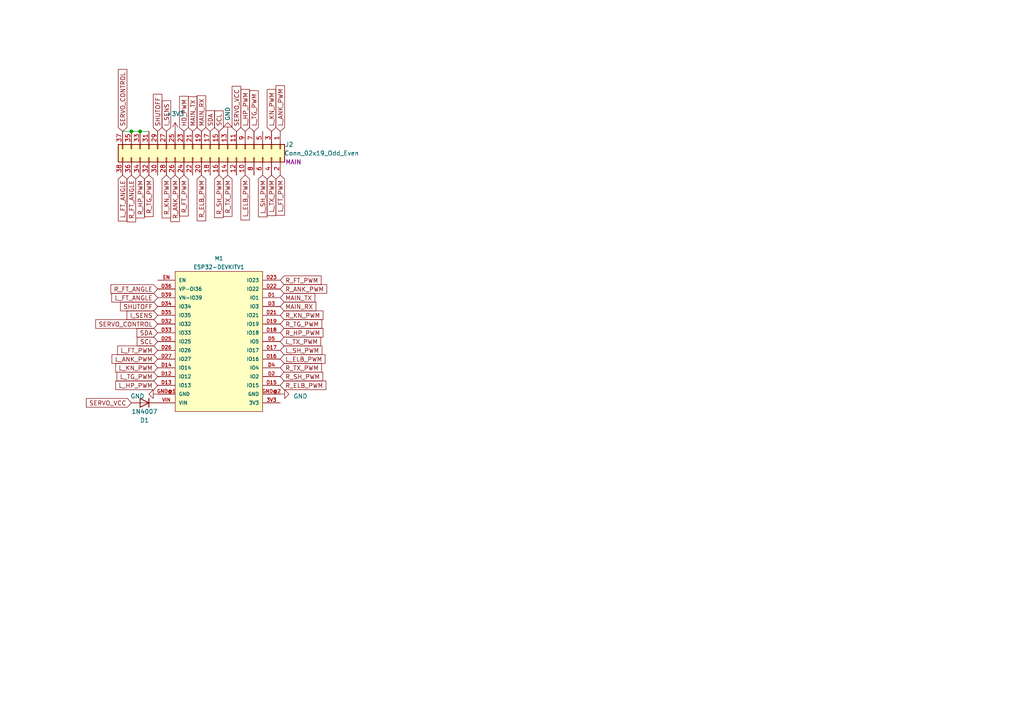
<source format=kicad_sch>
(kicad_sch (version 20230121) (generator eeschema)
  (paper "A4")
  (lib_symbols
    (symbol "Ben_modules:ESP32-DEVKITV1" (pin_names (offset 1.016))
      (property "Reference" "M" (at -7.62 22.86 0))
      (property "Value" "ESP32-DEVKITV1" (at -12.7 20.955 0))
      (symbol "ESP32-DEVKITV1_1_1"
        (rectangle (start -17.78 20.32) (end 7.62 -20.32) (fill (type background)))
        (pin bidirectional line (at 12.7 -17.78 180) (length 5.08) (name "3V3") (number "3V3"))
        (pin bidirectional line (at 12.7 12.7 180) (length 5.08) (name "IO1") (number "D1"))
        (pin bidirectional line (at -22.86 -10.16 0) (length 5.08) (name "IO12") (number "D12"))
        (pin bidirectional line (at -22.86 -12.7 0) (length 5.08) (name "IO13") (number "D13"))
        (pin bidirectional line (at -22.86 -7.62 0) (length 5.08) (name "IO14") (number "D14"))
        (pin bidirectional line (at 12.7 -12.7 180) (length 5.08) (name "IO15") (number "D15"))
        (pin bidirectional line (at 12.7 -5.08 180) (length 5.08) (name "IO16") (number "D16"))
        (pin bidirectional line (at 12.7 -2.54 180) (length 5.08) (name "IO17") (number "D17"))
        (pin bidirectional line (at 12.7 2.54 180) (length 5.08) (name "IO18") (number "D18"))
        (pin bidirectional line (at 12.7 5.08 180) (length 5.08) (name "IO19") (number "D19"))
        (pin bidirectional line (at 12.7 -10.16 180) (length 5.08) (name "IO2") (number "D2"))
        (pin bidirectional line (at 12.7 7.62 180) (length 5.08) (name "IO21") (number "D21"))
        (pin bidirectional line (at 12.7 15.24 180) (length 5.08) (name "IO22") (number "D22"))
        (pin bidirectional line (at 12.7 17.78 180) (length 5.08) (name "IO23") (number "D23"))
        (pin bidirectional line (at -22.86 0 0) (length 5.08) (name "IO25") (number "D25"))
        (pin bidirectional line (at -22.86 -2.54 0) (length 5.08) (name "IO26") (number "D26"))
        (pin bidirectional line (at -22.86 -5.08 0) (length 5.08) (name "IO27") (number "D27"))
        (pin bidirectional line (at 12.7 10.16 180) (length 5.08) (name "IO3") (number "D3"))
        (pin bidirectional line (at -22.86 5.08 0) (length 5.08) (name "IO32") (number "D32"))
        (pin bidirectional line (at -22.86 2.54 0) (length 5.08) (name "IO33") (number "D33"))
        (pin bidirectional line (at -22.86 10.16 0) (length 5.08) (name "IO34") (number "D34"))
        (pin bidirectional line (at -22.86 7.62 0) (length 5.08) (name "IO35") (number "D35"))
        (pin bidirectional line (at -22.86 15.24 0) (length 5.08) (name "VP-OI36") (number "D36"))
        (pin bidirectional line (at -22.86 12.7 0) (length 5.08) (name "VN-IO39") (number "D39"))
        (pin bidirectional line (at 12.7 -7.62 180) (length 5.08) (name "IO4") (number "D4"))
        (pin bidirectional line (at 12.7 0 180) (length 5.08) (name "IO5") (number "D5"))
        (pin bidirectional line (at -22.86 17.78 0) (length 5.08) (name "EN") (number "EN"))
        (pin bidirectional line (at -22.86 -15.24 0) (length 5.08) (name "GND") (number "GND@1"))
        (pin bidirectional line (at 12.7 -15.24 180) (length 5.08) (name "GND") (number "GND@2"))
        (pin bidirectional line (at -22.86 -17.78 0) (length 5.08) (name "VIN") (number "VIN"))
      )
    )
    (symbol "Connector_Generic:Conn_02x19_Odd_Even" (pin_names (offset 1.016) hide)
      (property "Reference" "J" (at 1.27 25.4 0))
      (property "Value" "Conn_02x19_Odd_Even" (at 1.27 -25.4 0))
      (symbol "Conn_02x19_Odd_Even_1_1"
        (rectangle (start -1.27 -22.733) (end 0 -22.987) (stroke (width 0.1524)))
        (rectangle (start -1.27 -20.193) (end 0 -20.447) (stroke (width 0.1524)))
        (rectangle (start -1.27 -17.653) (end 0 -17.907) (stroke (width 0.1524)))
        (rectangle (start -1.27 -15.113) (end 0 -15.367) (stroke (width 0.1524)))
        (rectangle (start -1.27 -12.573) (end 0 -12.827) (stroke (width 0.1524)))
        (rectangle (start -1.27 -10.033) (end 0 -10.287) (stroke (width 0.1524)))
        (rectangle (start -1.27 -7.493) (end 0 -7.747) (stroke (width 0.1524)))
        (rectangle (start -1.27 -4.953) (end 0 -5.207) (stroke (width 0.1524)))
        (rectangle (start -1.27 -2.413) (end 0 -2.667) (stroke (width 0.1524)))
        (rectangle (start -1.27 0.127) (end 0 -0.127) (stroke (width 0.1524)))
        (rectangle (start -1.27 2.667) (end 0 2.413) (stroke (width 0.1524)))
        (rectangle (start -1.27 5.207) (end 0 4.953) (stroke (width 0.1524)))
        (rectangle (start -1.27 7.747) (end 0 7.493) (stroke (width 0.1524)))
        (rectangle (start -1.27 10.287) (end 0 10.033) (stroke (width 0.1524)))
        (rectangle (start -1.27 12.827) (end 0 12.573) (stroke (width 0.1524)))
        (rectangle (start -1.27 15.367) (end 0 15.113) (stroke (width 0.1524)))
        (rectangle (start -1.27 17.907) (end 0 17.653) (stroke (width 0.1524)))
        (rectangle (start -1.27 20.447) (end 0 20.193) (stroke (width 0.1524)))
        (rectangle (start -1.27 22.987) (end 0 22.733) (stroke (width 0.1524)))
        (rectangle (start -1.27 24.13) (end 3.81 -24.13) (stroke (width 0.254)) (fill (type background)))
        (rectangle (start 3.81 -22.733) (end 2.54 -22.987) (stroke (width 0.1524)))
        (rectangle (start 3.81 -20.193) (end 2.54 -20.447) (stroke (width 0.1524)))
        (rectangle (start 3.81 -17.653) (end 2.54 -17.907) (stroke (width 0.1524)))
        (rectangle (start 3.81 -15.113) (end 2.54 -15.367) (stroke (width 0.1524)))
        (rectangle (start 3.81 -12.573) (end 2.54 -12.827) (stroke (width 0.1524)))
        (rectangle (start 3.81 -10.033) (end 2.54 -10.287) (stroke (width 0.1524)))
        (rectangle (start 3.81 -7.493) (end 2.54 -7.747) (stroke (width 0.1524)))
        (rectangle (start 3.81 -4.953) (end 2.54 -5.207) (stroke (width 0.1524)))
        (rectangle (start 3.81 -2.413) (end 2.54 -2.667) (stroke (width 0.1524)))
        (rectangle (start 3.81 0.127) (end 2.54 -0.127) (stroke (width 0.1524)))
        (rectangle (start 3.81 2.667) (end 2.54 2.413) (stroke (width 0.1524)))
        (rectangle (start 3.81 5.207) (end 2.54 4.953) (stroke (width 0.1524)))
        (rectangle (start 3.81 7.747) (end 2.54 7.493) (stroke (width 0.1524)))
        (rectangle (start 3.81 10.287) (end 2.54 10.033) (stroke (width 0.1524)))
        (rectangle (start 3.81 12.827) (end 2.54 12.573) (stroke (width 0.1524)))
        (rectangle (start 3.81 15.367) (end 2.54 15.113) (stroke (width 0.1524)))
        (rectangle (start 3.81 17.907) (end 2.54 17.653) (stroke (width 0.1524)))
        (rectangle (start 3.81 20.447) (end 2.54 20.193) (stroke (width 0.1524)))
        (rectangle (start 3.81 22.987) (end 2.54 22.733) (stroke (width 0.1524)))
        (pin passive line (at -5.08 22.86 0) (length 3.81) (name "Pin_1") (number "1"))
        (pin passive line (at 7.62 12.7 180) (length 3.81) (name "Pin_10") (number "10"))
        (pin passive line (at -5.08 10.16 0) (length 3.81) (name "Pin_11") (number "11"))
        (pin passive line (at 7.62 10.16 180) (length 3.81) (name "Pin_12") (number "12"))
        (pin passive line (at -5.08 7.62 0) (length 3.81) (name "Pin_13") (number "13"))
        (pin passive line (at 7.62 7.62 180) (length 3.81) (name "Pin_14") (number "14"))
        (pin passive line (at -5.08 5.08 0) (length 3.81) (name "Pin_15") (number "15"))
        (pin passive line (at 7.62 5.08 180) (length 3.81) (name "Pin_16") (number "16"))
        (pin passive line (at -5.08 2.54 0) (length 3.81) (name "Pin_17") (number "17"))
        (pin passive line (at 7.62 2.54 180) (length 3.81) (name "Pin_18") (number "18"))
        (pin passive line (at -5.08 0 0) (length 3.81) (name "Pin_19") (number "19"))
        (pin passive line (at 7.62 22.86 180) (length 3.81) (name "Pin_2") (number "2"))
        (pin passive line (at 7.62 0 180) (length 3.81) (name "Pin_20") (number "20"))
        (pin passive line (at -5.08 -2.54 0) (length 3.81) (name "Pin_21") (number "21"))
        (pin passive line (at 7.62 -2.54 180) (length 3.81) (name "Pin_22") (number "22"))
        (pin passive line (at -5.08 -5.08 0) (length 3.81) (name "Pin_23") (number "23"))
        (pin passive line (at 7.62 -5.08 180) (length 3.81) (name "Pin_24") (number "24"))
        (pin passive line (at -5.08 -7.62 0) (length 3.81) (name "Pin_25") (number "25"))
        (pin passive line (at 7.62 -7.62 180) (length 3.81) (name "Pin_26") (number "26"))
        (pin passive line (at -5.08 -10.16 0) (length 3.81) (name "Pin_27") (number "27"))
        (pin passive line (at 7.62 -10.16 180) (length 3.81) (name "Pin_28") (number "28"))
        (pin passive line (at -5.08 -12.7 0) (length 3.81) (name "Pin_29") (number "29"))
        (pin passive line (at -5.08 20.32 0) (length 3.81) (name "Pin_3") (number "3"))
        (pin passive line (at 7.62 -12.7 180) (length 3.81) (name "Pin_30") (number "30"))
        (pin passive line (at -5.08 -15.24 0) (length 3.81) (name "Pin_31") (number "31"))
        (pin passive line (at 7.62 -15.24 180) (length 3.81) (name "Pin_32") (number "32"))
        (pin passive line (at -5.08 -17.78 0) (length 3.81) (name "Pin_33") (number "33"))
        (pin passive line (at 7.62 -17.78 180) (length 3.81) (name "Pin_34") (number "34"))
        (pin passive line (at -5.08 -20.32 0) (length 3.81) (name "Pin_35") (number "35"))
        (pin passive line (at 7.62 -20.32 180) (length 3.81) (name "Pin_36") (number "36"))
        (pin passive line (at -5.08 -22.86 0) (length 3.81) (name "Pin_37") (number "37"))
        (pin passive line (at 7.62 -22.86 180) (length 3.81) (name "Pin_38") (number "38"))
        (pin passive line (at 7.62 20.32 180) (length 3.81) (name "Pin_4") (number "4"))
        (pin passive line (at -5.08 17.78 0) (length 3.81) (name "Pin_5") (number "5"))
        (pin passive line (at 7.62 17.78 180) (length 3.81) (name "Pin_6") (number "6"))
        (pin passive line (at -5.08 15.24 0) (length 3.81) (name "Pin_7") (number "7"))
        (pin passive line (at 7.62 15.24 180) (length 3.81) (name "Pin_8") (number "8"))
        (pin passive line (at -5.08 12.7 0) (length 3.81) (name "Pin_9") (number "9"))
      )
    )
    (symbol "Diode:1N4007" (pin_numbers hide) (pin_names hide)
      (property "Reference" "D" (at 0 2.54 0))
      (property "Value" "1N4007" (at 0 -2.54 0))
      (symbol "1N4007_0_1"
        (polyline (pts (xy -1.27 1.27) (xy -1.27 -1.27)) (stroke (width 0.254)))
        (polyline (pts (xy 1.27 0) (xy -1.27 0)))
        (polyline (pts (xy 1.27 1.27) (xy 1.27 -1.27) (xy -1.27 0) (xy 1.27 1.27)) (stroke (width 0.254)))
      )
      (symbol "1N4007_1_1"
        (pin passive line (at -3.81 0 0) (length 2.54) (name "K") (number "1"))
        (pin passive line (at 3.81 0 180) (length 2.54) (name "A") (number "2"))
      )
    )
    (symbol "power:+3V3" (power) (pin_names (offset 0))
      (property "Value" "+3V3" (at 0 3.556 0))
      (symbol "+3V3_0_1"
        (polyline (pts (xy -0.762 1.27) (xy 0 2.54)))
        (polyline (pts (xy 0 0) (xy 0 2.54)))
        (polyline (pts (xy 0 2.54) (xy 0.762 1.27)))
      )
      (symbol "+3V3_1_1"
        (pin power_in line (at 0 0 90) (length 0) hide (name "+3V3") (number "1"))
      )
    )
    (symbol "power:GND" (power) (pin_names (offset 0))
      (property "Value" "GND" (at 0 -3.81 0))
      (symbol "GND_0_1"
        (polyline (pts (xy 0 0) (xy 0 -1.27) (xy 1.27 -1.27) (xy 0 -2.54) (xy -1.27 -1.27) (xy 0 -1.27)))
      )
      (symbol "GND_1_1"
        (pin power_in line (at 0 0 270) (length 0) hide (name "GND") (number "1"))
      )
    )
  )
  (junction (at 40.64 38.1))
  (junction (at 38.1 38.1))
  (wire (pts (xy 40.64 38.1) (xy 43.18 38.1)))
  (wire (pts (xy 38.1 38.1) (xy 40.64 38.1)))
  (wire (pts (xy 35.56 38.1) (xy 38.1 38.1)))
  (global_label "SHUTOFF" (shape input) (at 45.72 38.1 90) (property "Intersheetrefs" "${INTERSHEET_REFS}" (effects hide)))
  (global_label "R_ELB_PWM" (shape input) (at 81.28 111.76 0) (property "Intersheetrefs" "${INTERSHEET_REFS}" (effects hide)))
  (global_label "L_ANK_PWM" (shape input) (at 45.72 104.14 180) (property "Intersheetrefs" "${INTERSHEET_REFS}" (effects hide)))
  (global_label "R_TX_PWM" (shape input) (at 81.28 106.68 0) (property "Intersheetrefs" "${INTERSHEET_REFS}" (effects hide)))
  (global_label "SCL" (shape input) (at 63.5 38.1 90) (property "Intersheetrefs" "${INTERSHEET_REFS}" (effects hide)))
  (global_label "L_TX_PWM" (shape input) (at 78.74 50.8 270) (property "Intersheetrefs" "${INTERSHEET_REFS}" (effects hide)))
  (global_label "R_KN_PWM" (shape input) (at 48.26 50.8 270) (property "Intersheetrefs" "${INTERSHEET_REFS}" (effects hide)))
  (global_label "SERVO_CONTROL" (shape input) (at 35.56 38.1 90) (property "Intersheetrefs" "${INTERSHEET_REFS}" (effects hide)))
  (global_label "L_ELB_PWM" (shape input) (at 71.12 50.8 270) (property "Intersheetrefs" "${INTERSHEET_REFS}" (effects hide)))
  (global_label "R_FT_PWM" (shape input) (at 81.28 81.28 0) (property "Intersheetrefs" "${INTERSHEET_REFS}" (effects hide)))
  (global_label "R_FT_ANGLE" (shape input) (at 45.72 83.82 180) (property "Intersheetrefs" "${INTERSHEET_REFS}" (effects hide)))
  (global_label "L_FT_PWM" (shape input) (at 81.28 50.8 270) (property "Intersheetrefs" "${INTERSHEET_REFS}" (effects hide)))
  (global_label "L_TG_PWM" (shape input) (at 73.66 38.1 90) (property "Intersheetrefs" "${INTERSHEET_REFS}" (effects hide)))
  (global_label "L_SH_PWM" (shape input) (at 76.2 50.8 270) (property "Intersheetrefs" "${INTERSHEET_REFS}" (effects hide)))
  (global_label "L_FT_ANGLE" (shape input) (at 45.72 86.36 180) (property "Intersheetrefs" "${INTERSHEET_REFS}" (effects hide)))
  (global_label "L_SH_PWM" (shape input) (at 81.28 101.6 0) (property "Intersheetrefs" "${INTERSHEET_REFS}" (effects hide)))
  (global_label "I_SENS" (shape input) (at 48.26 38.1 90) (property "Intersheetrefs" "${INTERSHEET_REFS}" (effects hide)))
  (global_label "I_SENS" (shape input) (at 45.72 91.44 180) (property "Intersheetrefs" "${INTERSHEET_REFS}" (effects hide)))
  (global_label "SERVO_VCC" (shape input) (at 68.58 38.1 90) (property "Intersheetrefs" "${INTERSHEET_REFS}" (effects hide)))
  (global_label "MAIN_TX" (shape input) (at 81.28 86.36 0) (property "Intersheetrefs" "${INTERSHEET_REFS}" (effects hide)))
  (global_label "SCL" (shape input) (at 45.72 99.06 180) (property "Intersheetrefs" "${INTERSHEET_REFS}" (effects hide)))
  (global_label "SDA" (shape input) (at 60.96 38.1 90) (property "Intersheetrefs" "${INTERSHEET_REFS}" (effects hide)))
  (global_label "R_ANK_PWM" (shape input) (at 50.8 50.8 270) (property "Intersheetrefs" "${INTERSHEET_REFS}" (effects hide)))
  (global_label "L_HP_PWM" (shape input) (at 71.12 38.1 90) (property "Intersheetrefs" "${INTERSHEET_REFS}" (effects hide)))
  (global_label "R_HP_PWM" (shape input) (at 40.64 50.8 270) (property "Intersheetrefs" "${INTERSHEET_REFS}" (effects hide)))
  (global_label "R_TG_PWM" (shape input) (at 43.18 50.8 270) (property "Intersheetrefs" "${INTERSHEET_REFS}" (effects hide)))
  (global_label "MAIN_RX" (shape input) (at 81.28 88.9 0) (property "Intersheetrefs" "${INTERSHEET_REFS}" (effects hide)))
  (global_label "MAIN_RX" (shape input) (at 58.42 38.1 90) (property "Intersheetrefs" "${INTERSHEET_REFS}" (effects hide)))
  (global_label "SHUTOFF" (shape input) (at 45.72 88.9 180) (property "Intersheetrefs" "${INTERSHEET_REFS}" (effects hide)))
  (global_label "L_KN_PWM" (shape input) (at 45.72 106.68 180) (property "Intersheetrefs" "${INTERSHEET_REFS}" (effects hide)))
  (global_label "L_HP_PWM" (shape input) (at 45.72 111.76 180) (property "Intersheetrefs" "${INTERSHEET_REFS}" (effects hide)))
  (global_label "L_TG_PWM" (shape input) (at 45.72 109.22 180) (property "Intersheetrefs" "${INTERSHEET_REFS}" (effects hide)))
  (global_label "L_KN_PWM" (shape input) (at 78.74 38.1 90) (property "Intersheetrefs" "${INTERSHEET_REFS}" (effects hide)))
  (global_label "R_KN_PWM" (shape input) (at 81.28 91.44 0) (property "Intersheetrefs" "${INTERSHEET_REFS}" (effects hide)))
  (global_label "R_SH_PWM" (shape input) (at 81.28 109.22 0) (property "Intersheetrefs" "${INTERSHEET_REFS}" (effects hide)))
  (global_label "MAIN_TX" (shape input) (at 55.88 38.1 90) (property "Intersheetrefs" "${INTERSHEET_REFS}" (effects hide)))
  (global_label "L_TX_PWM" (shape input) (at 81.28 99.06 0) (property "Intersheetrefs" "${INTERSHEET_REFS}" (effects hide)))
  (global_label "L_ELB_PWM" (shape input) (at 81.28 104.14 0) (property "Intersheetrefs" "${INTERSHEET_REFS}" (effects hide)))
  (global_label "SDA" (shape input) (at 45.72 96.52 180) (property "Intersheetrefs" "${INTERSHEET_REFS}" (effects hide)))
  (global_label "R_TX_PWM" (shape input) (at 66.04 50.8 270) (property "Intersheetrefs" "${INTERSHEET_REFS}" (effects hide)))
  (global_label "SERVO_CONTROL" (shape input) (at 45.72 93.98 180) (property "Intersheetrefs" "${INTERSHEET_REFS}" (effects hide)))
  (global_label "R_FT_PWM" (shape input) (at 53.34 50.8 270) (property "Intersheetrefs" "${INTERSHEET_REFS}" (effects hide)))
  (global_label "R_FT_ANGLE" (shape input) (at 38.1 50.8 270) (property "Intersheetrefs" "${INTERSHEET_REFS}" (effects hide)))
  (global_label "L_FT_ANGLE" (shape input) (at 35.56 50.8 270) (property "Intersheetrefs" "${INTERSHEET_REFS}" (effects hide)))
  (global_label "R_ELB_PWM" (shape input) (at 58.42 50.8 270) (property "Intersheetrefs" "${INTERSHEET_REFS}" (effects hide)))
  (global_label "R_HP_PWM" (shape input) (at 81.28 96.52 0) (property "Intersheetrefs" "${INTERSHEET_REFS}" (effects hide)))
  (global_label "R_ANK_PWM" (shape input) (at 81.28 83.82 0) (property "Intersheetrefs" "${INTERSHEET_REFS}" (effects hide)))
  (global_label "R_TG_PWM" (shape input) (at 81.28 93.98 0) (property "Intersheetrefs" "${INTERSHEET_REFS}" (effects hide)))
  (global_label "L_FT_PWM" (shape input) (at 45.72 101.6 180) (property "Intersheetrefs" "${INTERSHEET_REFS}" (effects hide)))
  (global_label "HD_PWM" (shape input) (at 53.34 38.1 90) (property "Intersheetrefs" "${INTERSHEET_REFS}" (effects hide)))
  (global_label "L_ANK_PWM" (shape input) (at 81.28 38.1 90) (property "Intersheetrefs" "${INTERSHEET_REFS}" (effects hide)))
  (global_label "SERVO_VCC" (shape input) (at 38.1 116.84 180) (property "Intersheetrefs" "${INTERSHEET_REFS}" (effects hide)))
  (global_label "R_SH_PWM" (shape input) (at 63.5 50.8 270) (property "Intersheetrefs" "${INTERSHEET_REFS}" (effects hide)))
  (symbol (lib_id "power:+3V3") (at 50.8 38.1 0) (unit 1)
    (property "Reference" "#PWR04" (effects hide))
    (property "Value" "+3V3" (at 50.8 33.02 0))
  )
  (symbol (lib_id "Diode:1N4007") (at 41.91 116.84 180) (unit 1)
    (property "Reference" "D1" (at 41.91 121.92 0))
    (property "Value" "1N4007" (at 41.91 119.38 0))
    (property "Footprint" "Diode_THT:D_DO-41_SOD81_P10.16mm_Horizontal" (effects hide))
    (property "Datasheet" "http://www.vishay.com/docs/88503/1n4001.pdf" (effects hide))
    (property "Sim.Device" "D" (effects hide))
    (property "Sim.Pins" "1=K 2=A" (effects hide))
  )
  (symbol (lib_id "power:GND") (at 66.04 38.1 180) (unit 1)
    (property "Reference" "#PWR0109" (effects hide))
    (property "Value" "GND" (at 66.04 33.02 90))
  )
  (symbol (lib_id "Ben_modules:ESP32-DEVKITV1") (at 68.58 99.06 0) (unit 1)
    (property "Reference" "M1" (at 63.5 74.93 0) (effects (font (size 1.143 1.143))))
    (property "Value" "ESP32-DEVKITV1" (at 63.5 77.47 0) (effects (font (size 1.143 1.143))))
    (property "Footprint" "Ben_modules:ESP32-DEVKITV1" (effects hide))
  )
  (symbol (lib_id "power:GND") (at 45.72 114.3 270) (unit 1)
    (property "Reference" "#PWR01" (effects hide))
    (property "Value" "GND" (at 41.91 114.935 90) (effects (justify right)))
  )
  (symbol (lib_id "Connector_Generic:Conn_02x19_Odd_Even") (at 58.42 43.18 270) (unit 1)
    (property "Reference" "J2" (at 85.09 41.91 90) (effects (justify right)))
    (property "Value" "Conn_02x19_Odd_Even" (at 104.14 44.45 90) (effects (justify right)))
    (property "Footprint" "Connector_PinHeader_2.54mm:PinHeader_2x19_P2.54mm_Horizontal" (effects hide))
    (property "Alias" "MAIN" (at 85.09 46.99 90))
  )
  (symbol (lib_id "power:GND") (at 81.28 114.3 90) (unit 1)
    (property "Reference" "#PWR02" (effects hide))
    (property "Value" "GND" (at 85.09 114.935 90) (effects (justify right)))
  )
)
</source>
